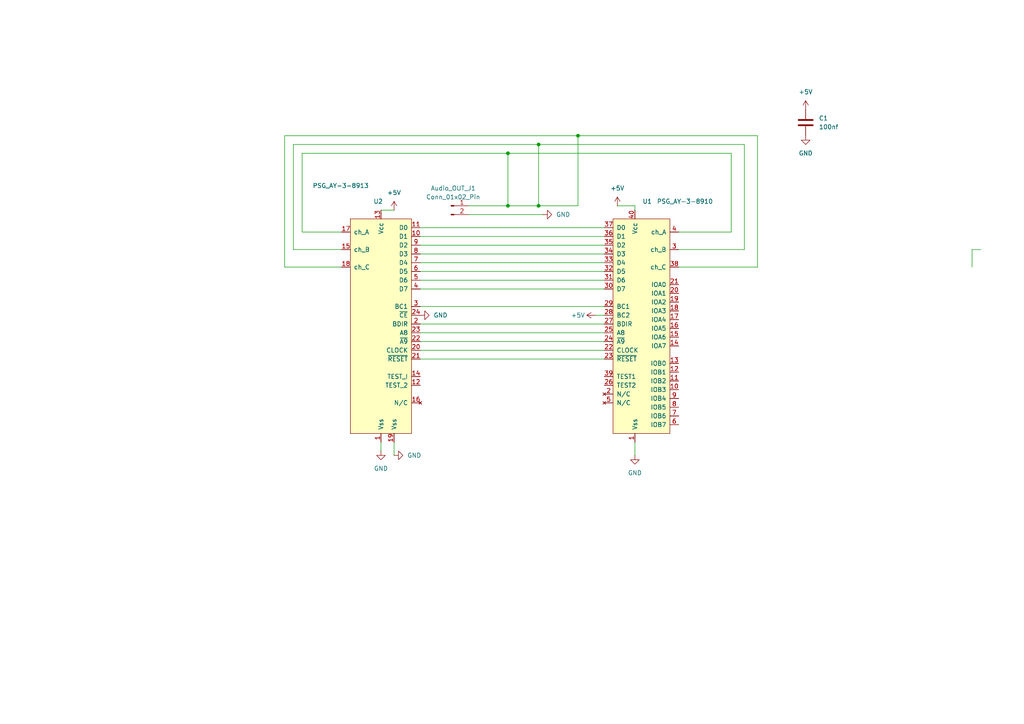
<source format=kicad_sch>
(kicad_sch
	(version 20231120)
	(generator "eeschema")
	(generator_version "8.0")
	(uuid "7974acf8-5d13-4c70-86b5-036fa6790939")
	(paper "A4")
	(title_block
		(title "8913-8910 Adapter Angle R")
		(date "2024-06-27")
		(rev "1.0a")
	)
	(lib_symbols
		(symbol "8bits:PSG_AY-3-8910"
			(pin_names
				(offset 1.016)
			)
			(exclude_from_sim no)
			(in_bom yes)
			(on_board yes)
			(property "Reference" "U1"
				(at 0.9241 34.29 0)
				(effects
					(font
						(size 1.27 1.27)
					)
					(justify left)
				)
			)
			(property "Value" "PSG_AY-3-8910"
				(at 5.08 34.29 0)
				(effects
					(font
						(size 1.27 1.27)
					)
					(justify left)
				)
			)
			(property "Footprint" "Package_DIP:DIP-40_W15.24mm_Socket"
				(at 1.27 30.48 0)
				(effects
					(font
						(size 1.27 1.27)
					)
					(hide yes)
				)
			)
			(property "Datasheet" "map.grauw.nl/resources/sound/generalinstrument_ay-3-8910.pdf"
				(at 1.27 30.48 0)
				(effects
					(font
						(size 1.27 1.27)
					)
					(hide yes)
				)
			)
			(property "Description" "3 Chanel Programable Sound Generator + 16 I/O"
				(at 0 0 0)
				(effects
					(font
						(size 1.27 1.27)
					)
					(hide yes)
				)
			)
			(property "ki_fp_filters" "Package_DIP:DIP-40_W15.24mm*"
				(at 0 0 0)
				(effects
					(font
						(size 1.27 1.27)
					)
					(hide yes)
				)
			)
			(symbol "PSG_AY-3-8910_0_1"
				(rectangle
					(start -7.62 29.21)
					(end 8.89 -33.02)
					(stroke
						(width 0)
						(type default)
					)
					(fill
						(type background)
					)
				)
			)
			(symbol "PSG_AY-3-8910_1_1"
				(pin power_in line
					(at -1.27 -35.56 90)
					(length 2.54)
					(name "Vss"
						(effects
							(font
								(size 1.27 1.27)
							)
						)
					)
					(number "1"
						(effects
							(font
								(size 1.27 1.27)
							)
						)
					)
				)
				(pin bidirectional line
					(at 11.43 -20.32 180)
					(length 2.54)
					(name "IOB3"
						(effects
							(font
								(size 1.27 1.27)
							)
						)
					)
					(number "10"
						(effects
							(font
								(size 1.27 1.27)
							)
						)
					)
				)
				(pin bidirectional line
					(at 11.43 -17.78 180)
					(length 2.54)
					(name "IOB2"
						(effects
							(font
								(size 1.27 1.27)
							)
						)
					)
					(number "11"
						(effects
							(font
								(size 1.27 1.27)
							)
						)
					)
				)
				(pin bidirectional line
					(at 11.43 -15.24 180)
					(length 2.54)
					(name "IOB1"
						(effects
							(font
								(size 1.27 1.27)
							)
						)
					)
					(number "12"
						(effects
							(font
								(size 1.27 1.27)
							)
						)
					)
				)
				(pin bidirectional line
					(at 11.43 -12.7 180)
					(length 2.54)
					(name "IOB0"
						(effects
							(font
								(size 1.27 1.27)
							)
						)
					)
					(number "13"
						(effects
							(font
								(size 1.27 1.27)
							)
						)
					)
				)
				(pin bidirectional line
					(at 11.43 -7.62 180)
					(length 2.54)
					(name "IOA7"
						(effects
							(font
								(size 1.27 1.27)
							)
						)
					)
					(number "14"
						(effects
							(font
								(size 1.27 1.27)
							)
						)
					)
				)
				(pin bidirectional line
					(at 11.43 -5.08 180)
					(length 2.54)
					(name "IOA6"
						(effects
							(font
								(size 1.27 1.27)
							)
						)
					)
					(number "15"
						(effects
							(font
								(size 1.27 1.27)
							)
						)
					)
				)
				(pin bidirectional line
					(at 11.43 -2.54 180)
					(length 2.54)
					(name "IOA5"
						(effects
							(font
								(size 1.27 1.27)
							)
						)
					)
					(number "16"
						(effects
							(font
								(size 1.27 1.27)
							)
						)
					)
				)
				(pin bidirectional line
					(at 11.43 0 180)
					(length 2.54)
					(name "IOA4"
						(effects
							(font
								(size 1.27 1.27)
							)
						)
					)
					(number "17"
						(effects
							(font
								(size 1.27 1.27)
							)
						)
					)
				)
				(pin bidirectional line
					(at 11.43 2.54 180)
					(length 2.54)
					(name "IOA3"
						(effects
							(font
								(size 1.27 1.27)
							)
						)
					)
					(number "18"
						(effects
							(font
								(size 1.27 1.27)
							)
						)
					)
				)
				(pin bidirectional line
					(at 11.43 5.08 180)
					(length 2.54)
					(name "IOA2"
						(effects
							(font
								(size 1.27 1.27)
							)
						)
					)
					(number "19"
						(effects
							(font
								(size 1.27 1.27)
							)
						)
					)
				)
				(pin no_connect line
					(at -10.16 -21.59 0)
					(length 2.54)
					(name "N/C"
						(effects
							(font
								(size 1.27 1.27)
							)
						)
					)
					(number "2"
						(effects
							(font
								(size 1.27 1.27)
							)
						)
					)
				)
				(pin bidirectional line
					(at 11.43 7.62 180)
					(length 2.54)
					(name "IOA1"
						(effects
							(font
								(size 1.27 1.27)
							)
						)
					)
					(number "20"
						(effects
							(font
								(size 1.27 1.27)
							)
						)
					)
				)
				(pin bidirectional line
					(at 11.43 10.16 180)
					(length 2.54)
					(name "IOA0"
						(effects
							(font
								(size 1.27 1.27)
							)
						)
					)
					(number "21"
						(effects
							(font
								(size 1.27 1.27)
							)
						)
					)
				)
				(pin input line
					(at -10.16 -8.89 0)
					(length 2.54)
					(name "CLOCK"
						(effects
							(font
								(size 1.27 1.27)
							)
						)
					)
					(number "22"
						(effects
							(font
								(size 1.27 1.27)
							)
						)
					)
				)
				(pin input line
					(at -10.16 -11.43 0)
					(length 2.54)
					(name "~{RESET}"
						(effects
							(font
								(size 1.27 1.27)
							)
						)
					)
					(number "23"
						(effects
							(font
								(size 1.27 1.27)
							)
						)
					)
				)
				(pin input line
					(at -10.16 -6.35 0)
					(length 2.54)
					(name "~{A9}"
						(effects
							(font
								(size 1.27 1.27)
							)
						)
					)
					(number "24"
						(effects
							(font
								(size 1.27 1.27)
							)
						)
					)
				)
				(pin input line
					(at -10.16 -3.81 0)
					(length 2.54)
					(name "A8"
						(effects
							(font
								(size 1.27 1.27)
							)
						)
					)
					(number "25"
						(effects
							(font
								(size 1.27 1.27)
							)
						)
					)
				)
				(pin input line
					(at -10.16 -19.05 0)
					(length 2.54)
					(name "TEST2"
						(effects
							(font
								(size 1.27 1.27)
							)
						)
					)
					(number "26"
						(effects
							(font
								(size 1.27 1.27)
							)
						)
					)
				)
				(pin input line
					(at -10.16 -1.27 0)
					(length 2.54)
					(name "BDIR"
						(effects
							(font
								(size 1.27 1.27)
							)
						)
					)
					(number "27"
						(effects
							(font
								(size 1.27 1.27)
							)
						)
					)
				)
				(pin input line
					(at -10.16 1.27 0)
					(length 2.54)
					(name "BC2"
						(effects
							(font
								(size 1.27 1.27)
							)
						)
					)
					(number "28"
						(effects
							(font
								(size 1.27 1.27)
							)
						)
					)
				)
				(pin input line
					(at -10.16 3.81 0)
					(length 2.54)
					(name "BC1"
						(effects
							(font
								(size 1.27 1.27)
							)
						)
					)
					(number "29"
						(effects
							(font
								(size 1.27 1.27)
							)
						)
					)
				)
				(pin output line
					(at 11.43 20.32 180)
					(length 2.54)
					(name "ch_B"
						(effects
							(font
								(size 1.27 1.27)
							)
						)
					)
					(number "3"
						(effects
							(font
								(size 1.27 1.27)
							)
						)
					)
				)
				(pin bidirectional line
					(at -10.16 8.89 0)
					(length 2.54)
					(name "D7"
						(effects
							(font
								(size 1.27 1.27)
							)
						)
					)
					(number "30"
						(effects
							(font
								(size 1.27 1.27)
							)
						)
					)
				)
				(pin bidirectional line
					(at -10.16 11.43 0)
					(length 2.54)
					(name "D6"
						(effects
							(font
								(size 1.27 1.27)
							)
						)
					)
					(number "31"
						(effects
							(font
								(size 1.27 1.27)
							)
						)
					)
				)
				(pin bidirectional line
					(at -10.16 13.97 0)
					(length 2.54)
					(name "D5"
						(effects
							(font
								(size 1.27 1.27)
							)
						)
					)
					(number "32"
						(effects
							(font
								(size 1.27 1.27)
							)
						)
					)
				)
				(pin bidirectional line
					(at -10.16 16.51 0)
					(length 2.54)
					(name "D4"
						(effects
							(font
								(size 1.27 1.27)
							)
						)
					)
					(number "33"
						(effects
							(font
								(size 1.27 1.27)
							)
						)
					)
				)
				(pin bidirectional line
					(at -10.16 19.05 0)
					(length 2.54)
					(name "D3"
						(effects
							(font
								(size 1.27 1.27)
							)
						)
					)
					(number "34"
						(effects
							(font
								(size 1.27 1.27)
							)
						)
					)
				)
				(pin bidirectional line
					(at -10.16 21.59 0)
					(length 2.54)
					(name "D2"
						(effects
							(font
								(size 1.27 1.27)
							)
						)
					)
					(number "35"
						(effects
							(font
								(size 1.27 1.27)
							)
						)
					)
				)
				(pin bidirectional line
					(at -10.16 24.13 0)
					(length 2.54)
					(name "D1"
						(effects
							(font
								(size 1.27 1.27)
							)
						)
					)
					(number "36"
						(effects
							(font
								(size 1.27 1.27)
							)
						)
					)
				)
				(pin bidirectional line
					(at -10.16 26.67 0)
					(length 2.54)
					(name "D0"
						(effects
							(font
								(size 1.27 1.27)
							)
						)
					)
					(number "37"
						(effects
							(font
								(size 1.27 1.27)
							)
						)
					)
				)
				(pin output line
					(at 11.43 15.24 180)
					(length 2.54)
					(name "ch_C"
						(effects
							(font
								(size 1.27 1.27)
							)
						)
					)
					(number "38"
						(effects
							(font
								(size 1.27 1.27)
							)
						)
					)
				)
				(pin input line
					(at -10.16 -16.51 0)
					(length 2.54)
					(name "TEST1"
						(effects
							(font
								(size 1.27 1.27)
							)
						)
					)
					(number "39"
						(effects
							(font
								(size 1.27 1.27)
							)
						)
					)
				)
				(pin output line
					(at 11.43 25.4 180)
					(length 2.54)
					(name "ch_A"
						(effects
							(font
								(size 1.27 1.27)
							)
						)
					)
					(number "4"
						(effects
							(font
								(size 1.27 1.27)
							)
						)
					)
				)
				(pin power_in line
					(at -1.27 31.75 270)
					(length 2.54)
					(name "Vcc"
						(effects
							(font
								(size 1.27 1.27)
							)
						)
					)
					(number "40"
						(effects
							(font
								(size 1.27 1.27)
							)
						)
					)
				)
				(pin no_connect line
					(at -10.16 -24.13 0)
					(length 2.54)
					(name "N/C"
						(effects
							(font
								(size 1.27 1.27)
							)
						)
					)
					(number "5"
						(effects
							(font
								(size 1.27 1.27)
							)
						)
					)
				)
				(pin bidirectional line
					(at 11.43 -30.48 180)
					(length 2.54)
					(name "IOB7"
						(effects
							(font
								(size 1.27 1.27)
							)
						)
					)
					(number "6"
						(effects
							(font
								(size 1.27 1.27)
							)
						)
					)
				)
				(pin bidirectional line
					(at 11.43 -27.94 180)
					(length 2.54)
					(name "IOB6"
						(effects
							(font
								(size 1.27 1.27)
							)
						)
					)
					(number "7"
						(effects
							(font
								(size 1.27 1.27)
							)
						)
					)
				)
				(pin bidirectional line
					(at 11.43 -25.4 180)
					(length 2.54)
					(name "IOB5"
						(effects
							(font
								(size 1.27 1.27)
							)
						)
					)
					(number "8"
						(effects
							(font
								(size 1.27 1.27)
							)
						)
					)
				)
				(pin bidirectional line
					(at 11.43 -22.86 180)
					(length 2.54)
					(name "IOB4"
						(effects
							(font
								(size 1.27 1.27)
							)
						)
					)
					(number "9"
						(effects
							(font
								(size 1.27 1.27)
							)
						)
					)
				)
			)
		)
		(symbol "8bits:PSG_AY-3-8913"
			(pin_names
				(offset 1.016)
			)
			(exclude_from_sim no)
			(in_bom yes)
			(on_board yes)
			(property "Reference" "U2"
				(at -2.1941 31.75 0)
				(effects
					(font
						(size 1.27 1.27)
					)
					(justify left)
				)
			)
			(property "Value" "PSG_AY-3-8913"
				(at -19.812 36.322 0)
				(effects
					(font
						(size 1.27 1.27)
					)
					(justify left)
				)
			)
			(property "Footprint" "Package_DIP:DIP-24_W15.24mm_LongPads"
				(at 0 27.94 0)
				(effects
					(font
						(size 1.27 1.27)
					)
					(hide yes)
				)
			)
			(property "Datasheet" "map.grauw.nl/resources/sound/generalinstrument_ay-3-8910.pdf"
				(at 0 27.94 0)
				(effects
					(font
						(size 1.27 1.27)
					)
					(hide yes)
				)
			)
			(property "Description" "3 Chanel Programable Sound Generator + 8 I/O"
				(at 0 0 0)
				(effects
					(font
						(size 1.27 1.27)
					)
					(hide yes)
				)
			)
			(property "ki_fp_filters" "Package_DIP:DIP-24_W15.24mm*"
				(at 0 0 0)
				(effects
					(font
						(size 1.27 1.27)
					)
					(hide yes)
				)
			)
			(symbol "PSG_AY-3-8913_0_1"
				(rectangle
					(start -8.89 26.67)
					(end 8.89 -35.56)
					(stroke
						(width 0)
						(type default)
					)
					(fill
						(type background)
					)
				)
			)
			(symbol "PSG_AY-3-8913_1_1"
				(pin power_in line
					(at 0 -38.1 90)
					(length 2.54)
					(name "Vss"
						(effects
							(font
								(size 1.27 1.27)
							)
						)
					)
					(number "1"
						(effects
							(font
								(size 1.27 1.27)
							)
						)
					)
				)
				(pin bidirectional line
					(at 11.43 21.59 180)
					(length 2.54)
					(name "D1"
						(effects
							(font
								(size 1.27 1.27)
							)
						)
					)
					(number "10"
						(effects
							(font
								(size 1.27 1.27)
							)
						)
					)
				)
				(pin bidirectional line
					(at 11.43 24.13 180)
					(length 2.54)
					(name "D0"
						(effects
							(font
								(size 1.27 1.27)
							)
						)
					)
					(number "11"
						(effects
							(font
								(size 1.27 1.27)
							)
						)
					)
				)
				(pin input line
					(at 11.43 -21.59 180)
					(length 2.54)
					(name "TEST_2"
						(effects
							(font
								(size 1.27 1.27)
							)
						)
					)
					(number "12"
						(effects
							(font
								(size 1.27 1.27)
							)
						)
					)
				)
				(pin power_in line
					(at 0 29.21 270)
					(length 2.54)
					(name "Vcc"
						(effects
							(font
								(size 1.27 1.27)
							)
						)
					)
					(number "13"
						(effects
							(font
								(size 1.27 1.27)
							)
						)
					)
				)
				(pin input line
					(at 11.43 -19.05 180)
					(length 2.54)
					(name "TEST_I"
						(effects
							(font
								(size 1.27 1.27)
							)
						)
					)
					(number "14"
						(effects
							(font
								(size 1.27 1.27)
							)
						)
					)
				)
				(pin output line
					(at -11.43 17.78 0)
					(length 2.54)
					(name "ch_B"
						(effects
							(font
								(size 1.27 1.27)
							)
						)
					)
					(number "15"
						(effects
							(font
								(size 1.27 1.27)
							)
						)
					)
				)
				(pin no_connect line
					(at 11.43 -26.67 180)
					(length 2.54)
					(name "N/C"
						(effects
							(font
								(size 1.27 1.27)
							)
						)
					)
					(number "16"
						(effects
							(font
								(size 1.27 1.27)
							)
						)
					)
				)
				(pin output line
					(at -11.43 22.86 0)
					(length 2.54)
					(name "ch_A"
						(effects
							(font
								(size 1.27 1.27)
							)
						)
					)
					(number "17"
						(effects
							(font
								(size 1.27 1.27)
							)
						)
					)
				)
				(pin output line
					(at -11.43 12.7 0)
					(length 2.54)
					(name "ch_C"
						(effects
							(font
								(size 1.27 1.27)
							)
						)
					)
					(number "18"
						(effects
							(font
								(size 1.27 1.27)
							)
						)
					)
				)
				(pin power_in line
					(at 3.81 -38.1 90)
					(length 2.54)
					(name "Vss"
						(effects
							(font
								(size 1.27 1.27)
							)
						)
					)
					(number "19"
						(effects
							(font
								(size 1.27 1.27)
							)
						)
					)
				)
				(pin input line
					(at 11.43 -3.81 180)
					(length 2.54)
					(name "BDIR"
						(effects
							(font
								(size 1.27 1.27)
							)
						)
					)
					(number "2"
						(effects
							(font
								(size 1.27 1.27)
							)
						)
					)
				)
				(pin input line
					(at 11.43 -11.43 180)
					(length 2.54)
					(name "CLOCK"
						(effects
							(font
								(size 1.27 1.27)
							)
						)
					)
					(number "20"
						(effects
							(font
								(size 1.27 1.27)
							)
						)
					)
				)
				(pin input line
					(at 11.43 -13.97 180)
					(length 2.54)
					(name "~{RESET}"
						(effects
							(font
								(size 1.27 1.27)
							)
						)
					)
					(number "21"
						(effects
							(font
								(size 1.27 1.27)
							)
						)
					)
				)
				(pin input line
					(at 11.43 -8.89 180)
					(length 2.54)
					(name "~{A9}"
						(effects
							(font
								(size 1.27 1.27)
							)
						)
					)
					(number "22"
						(effects
							(font
								(size 1.27 1.27)
							)
						)
					)
				)
				(pin input line
					(at 11.43 -6.35 180)
					(length 2.54)
					(name "A8"
						(effects
							(font
								(size 1.27 1.27)
							)
						)
					)
					(number "23"
						(effects
							(font
								(size 1.27 1.27)
							)
						)
					)
				)
				(pin input line
					(at 11.43 -1.27 180)
					(length 2.54)
					(name "~{CE}"
						(effects
							(font
								(size 1.27 1.27)
							)
						)
					)
					(number "24"
						(effects
							(font
								(size 1.27 1.27)
							)
						)
					)
				)
				(pin input line
					(at 11.43 1.27 180)
					(length 2.54)
					(name "BC1"
						(effects
							(font
								(size 1.27 1.27)
							)
						)
					)
					(number "3"
						(effects
							(font
								(size 1.27 1.27)
							)
						)
					)
				)
				(pin bidirectional line
					(at 11.43 6.35 180)
					(length 2.54)
					(name "D7"
						(effects
							(font
								(size 1.27 1.27)
							)
						)
					)
					(number "4"
						(effects
							(font
								(size 1.27 1.27)
							)
						)
					)
				)
				(pin bidirectional line
					(at 11.43 8.89 180)
					(length 2.54)
					(name "D6"
						(effects
							(font
								(size 1.27 1.27)
							)
						)
					)
					(number "5"
						(effects
							(font
								(size 1.27 1.27)
							)
						)
					)
				)
				(pin bidirectional line
					(at 11.43 11.43 180)
					(length 2.54)
					(name "D5"
						(effects
							(font
								(size 1.27 1.27)
							)
						)
					)
					(number "6"
						(effects
							(font
								(size 1.27 1.27)
							)
						)
					)
				)
				(pin bidirectional line
					(at 11.43 13.97 180)
					(length 2.54)
					(name "D4"
						(effects
							(font
								(size 1.27 1.27)
							)
						)
					)
					(number "7"
						(effects
							(font
								(size 1.27 1.27)
							)
						)
					)
				)
				(pin bidirectional line
					(at 11.43 16.51 180)
					(length 2.54)
					(name "D3"
						(effects
							(font
								(size 1.27 1.27)
							)
						)
					)
					(number "8"
						(effects
							(font
								(size 1.27 1.27)
							)
						)
					)
				)
				(pin bidirectional line
					(at 11.43 19.05 180)
					(length 2.54)
					(name "D2"
						(effects
							(font
								(size 1.27 1.27)
							)
						)
					)
					(number "9"
						(effects
							(font
								(size 1.27 1.27)
							)
						)
					)
				)
			)
		)
		(symbol "Connector:Conn_01x02_Pin"
			(pin_names
				(offset 1.016) hide)
			(exclude_from_sim no)
			(in_bom yes)
			(on_board yes)
			(property "Reference" "J"
				(at 0 2.54 0)
				(effects
					(font
						(size 1.27 1.27)
					)
				)
			)
			(property "Value" "Conn_01x02_Pin"
				(at 0 -5.08 0)
				(effects
					(font
						(size 1.27 1.27)
					)
				)
			)
			(property "Footprint" ""
				(at 0 0 0)
				(effects
					(font
						(size 1.27 1.27)
					)
					(hide yes)
				)
			)
			(property "Datasheet" "~"
				(at 0 0 0)
				(effects
					(font
						(size 1.27 1.27)
					)
					(hide yes)
				)
			)
			(property "Description" "Generic connector, single row, 01x02, script generated"
				(at 0 0 0)
				(effects
					(font
						(size 1.27 1.27)
					)
					(hide yes)
				)
			)
			(property "ki_locked" ""
				(at 0 0 0)
				(effects
					(font
						(size 1.27 1.27)
					)
				)
			)
			(property "ki_keywords" "connector"
				(at 0 0 0)
				(effects
					(font
						(size 1.27 1.27)
					)
					(hide yes)
				)
			)
			(property "ki_fp_filters" "Connector*:*_1x??_*"
				(at 0 0 0)
				(effects
					(font
						(size 1.27 1.27)
					)
					(hide yes)
				)
			)
			(symbol "Conn_01x02_Pin_1_1"
				(polyline
					(pts
						(xy 1.27 -2.54) (xy 0.8636 -2.54)
					)
					(stroke
						(width 0.1524)
						(type default)
					)
					(fill
						(type none)
					)
				)
				(polyline
					(pts
						(xy 1.27 0) (xy 0.8636 0)
					)
					(stroke
						(width 0.1524)
						(type default)
					)
					(fill
						(type none)
					)
				)
				(rectangle
					(start 0.8636 -2.413)
					(end 0 -2.667)
					(stroke
						(width 0.1524)
						(type default)
					)
					(fill
						(type outline)
					)
				)
				(rectangle
					(start 0.8636 0.127)
					(end 0 -0.127)
					(stroke
						(width 0.1524)
						(type default)
					)
					(fill
						(type outline)
					)
				)
				(pin passive line
					(at 5.08 0 180)
					(length 3.81)
					(name "Pin_1"
						(effects
							(font
								(size 1.27 1.27)
							)
						)
					)
					(number "1"
						(effects
							(font
								(size 1.27 1.27)
							)
						)
					)
				)
				(pin passive line
					(at 5.08 -2.54 180)
					(length 3.81)
					(name "Pin_2"
						(effects
							(font
								(size 1.27 1.27)
							)
						)
					)
					(number "2"
						(effects
							(font
								(size 1.27 1.27)
							)
						)
					)
				)
			)
		)
		(symbol "Device:C"
			(pin_numbers hide)
			(pin_names
				(offset 0.254)
			)
			(exclude_from_sim no)
			(in_bom yes)
			(on_board yes)
			(property "Reference" "C"
				(at 0.635 2.54 0)
				(effects
					(font
						(size 1.27 1.27)
					)
					(justify left)
				)
			)
			(property "Value" "C"
				(at 0.635 -2.54 0)
				(effects
					(font
						(size 1.27 1.27)
					)
					(justify left)
				)
			)
			(property "Footprint" ""
				(at 0.9652 -3.81 0)
				(effects
					(font
						(size 1.27 1.27)
					)
					(hide yes)
				)
			)
			(property "Datasheet" "~"
				(at 0 0 0)
				(effects
					(font
						(size 1.27 1.27)
					)
					(hide yes)
				)
			)
			(property "Description" "Unpolarized capacitor"
				(at 0 0 0)
				(effects
					(font
						(size 1.27 1.27)
					)
					(hide yes)
				)
			)
			(property "ki_keywords" "cap capacitor"
				(at 0 0 0)
				(effects
					(font
						(size 1.27 1.27)
					)
					(hide yes)
				)
			)
			(property "ki_fp_filters" "C_*"
				(at 0 0 0)
				(effects
					(font
						(size 1.27 1.27)
					)
					(hide yes)
				)
			)
			(symbol "C_0_1"
				(polyline
					(pts
						(xy -2.032 -0.762) (xy 2.032 -0.762)
					)
					(stroke
						(width 0.508)
						(type default)
					)
					(fill
						(type none)
					)
				)
				(polyline
					(pts
						(xy -2.032 0.762) (xy 2.032 0.762)
					)
					(stroke
						(width 0.508)
						(type default)
					)
					(fill
						(type none)
					)
				)
			)
			(symbol "C_1_1"
				(pin passive line
					(at 0 3.81 270)
					(length 2.794)
					(name "~"
						(effects
							(font
								(size 1.27 1.27)
							)
						)
					)
					(number "1"
						(effects
							(font
								(size 1.27 1.27)
							)
						)
					)
				)
				(pin passive line
					(at 0 -3.81 90)
					(length 2.794)
					(name "~"
						(effects
							(font
								(size 1.27 1.27)
							)
						)
					)
					(number "2"
						(effects
							(font
								(size 1.27 1.27)
							)
						)
					)
				)
			)
		)
		(symbol "power:+5V"
			(power)
			(pin_numbers hide)
			(pin_names
				(offset 0) hide)
			(exclude_from_sim no)
			(in_bom yes)
			(on_board yes)
			(property "Reference" "#PWR"
				(at 0 -3.81 0)
				(effects
					(font
						(size 1.27 1.27)
					)
					(hide yes)
				)
			)
			(property "Value" "+5V"
				(at 0 3.556 0)
				(effects
					(font
						(size 1.27 1.27)
					)
				)
			)
			(property "Footprint" ""
				(at 0 0 0)
				(effects
					(font
						(size 1.27 1.27)
					)
					(hide yes)
				)
			)
			(property "Datasheet" ""
				(at 0 0 0)
				(effects
					(font
						(size 1.27 1.27)
					)
					(hide yes)
				)
			)
			(property "Description" "Power symbol creates a global label with name \"+5V\""
				(at 0 0 0)
				(effects
					(font
						(size 1.27 1.27)
					)
					(hide yes)
				)
			)
			(property "ki_keywords" "global power"
				(at 0 0 0)
				(effects
					(font
						(size 1.27 1.27)
					)
					(hide yes)
				)
			)
			(symbol "+5V_0_1"
				(polyline
					(pts
						(xy -0.762 1.27) (xy 0 2.54)
					)
					(stroke
						(width 0)
						(type default)
					)
					(fill
						(type none)
					)
				)
				(polyline
					(pts
						(xy 0 0) (xy 0 2.54)
					)
					(stroke
						(width 0)
						(type default)
					)
					(fill
						(type none)
					)
				)
				(polyline
					(pts
						(xy 0 2.54) (xy 0.762 1.27)
					)
					(stroke
						(width 0)
						(type default)
					)
					(fill
						(type none)
					)
				)
			)
			(symbol "+5V_1_1"
				(pin power_in line
					(at 0 0 90)
					(length 0)
					(name "~"
						(effects
							(font
								(size 1.27 1.27)
							)
						)
					)
					(number "1"
						(effects
							(font
								(size 1.27 1.27)
							)
						)
					)
				)
			)
		)
		(symbol "power:GND"
			(power)
			(pin_numbers hide)
			(pin_names
				(offset 0) hide)
			(exclude_from_sim no)
			(in_bom yes)
			(on_board yes)
			(property "Reference" "#PWR"
				(at 0 -6.35 0)
				(effects
					(font
						(size 1.27 1.27)
					)
					(hide yes)
				)
			)
			(property "Value" "GND"
				(at 0 -3.81 0)
				(effects
					(font
						(size 1.27 1.27)
					)
				)
			)
			(property "Footprint" ""
				(at 0 0 0)
				(effects
					(font
						(size 1.27 1.27)
					)
					(hide yes)
				)
			)
			(property "Datasheet" ""
				(at 0 0 0)
				(effects
					(font
						(size 1.27 1.27)
					)
					(hide yes)
				)
			)
			(property "Description" "Power symbol creates a global label with name \"GND\" , ground"
				(at 0 0 0)
				(effects
					(font
						(size 1.27 1.27)
					)
					(hide yes)
				)
			)
			(property "ki_keywords" "global power"
				(at 0 0 0)
				(effects
					(font
						(size 1.27 1.27)
					)
					(hide yes)
				)
			)
			(symbol "GND_0_1"
				(polyline
					(pts
						(xy 0 0) (xy 0 -1.27) (xy 1.27 -1.27) (xy 0 -2.54) (xy -1.27 -1.27) (xy 0 -1.27)
					)
					(stroke
						(width 0)
						(type default)
					)
					(fill
						(type none)
					)
				)
			)
			(symbol "GND_1_1"
				(pin power_in line
					(at 0 0 270)
					(length 0)
					(name "~"
						(effects
							(font
								(size 1.27 1.27)
							)
						)
					)
					(number "1"
						(effects
							(font
								(size 1.27 1.27)
							)
						)
					)
				)
			)
		)
	)
	(junction
		(at 156.21 41.91)
		(diameter 0)
		(color 0 0 0 0)
		(uuid "b4fb2b08-e80a-41e2-8424-0f004794ce48")
	)
	(junction
		(at 147.32 59.69)
		(diameter 0)
		(color 0 0 0 0)
		(uuid "c3491528-4088-4ca6-8ea8-df8b77b9d9f9")
	)
	(junction
		(at 167.64 39.37)
		(diameter 0)
		(color 0 0 0 0)
		(uuid "dcd96260-65aa-465e-9328-28da9dae1137")
	)
	(junction
		(at 156.21 59.69)
		(diameter 0)
		(color 0 0 0 0)
		(uuid "f6ed5067-4882-4057-aa9f-5bb3017ec62f")
	)
	(junction
		(at 147.32 44.45)
		(diameter 0)
		(color 0 0 0 0)
		(uuid "f7285a9f-b2f6-4c6d-9110-6cf7e36bfa75")
	)
	(wire
		(pts
			(xy 121.92 104.14) (xy 175.26 104.14)
		)
		(stroke
			(width 0)
			(type default)
		)
		(uuid "05072ccf-53fb-4735-856a-be06de3c368a")
	)
	(wire
		(pts
			(xy 167.64 59.69) (xy 167.64 39.37)
		)
		(stroke
			(width 0)
			(type default)
		)
		(uuid "0b315812-0974-4f5d-961e-be3880fe1109")
	)
	(wire
		(pts
			(xy 110.49 128.27) (xy 110.49 130.81)
		)
		(stroke
			(width 0)
			(type default)
		)
		(uuid "0bc6bfdf-a7ef-4c2a-aa6a-7eca849fd5a0")
	)
	(wire
		(pts
			(xy 87.63 44.45) (xy 147.32 44.45)
		)
		(stroke
			(width 0)
			(type default)
		)
		(uuid "0e93925e-d610-44ba-8c7c-db016517067f")
	)
	(wire
		(pts
			(xy 121.92 76.2) (xy 175.26 76.2)
		)
		(stroke
			(width 0)
			(type default)
		)
		(uuid "1b87e4dd-9766-49aa-bd70-181607827e5e")
	)
	(wire
		(pts
			(xy 196.85 77.47) (xy 219.71 77.47)
		)
		(stroke
			(width 0)
			(type default)
		)
		(uuid "2b11ef83-63bf-4d12-8f09-2e1f36a93799")
	)
	(wire
		(pts
			(xy 156.21 41.91) (xy 215.9 41.91)
		)
		(stroke
			(width 0)
			(type default)
		)
		(uuid "2f249659-f196-4a2e-b5f4-806b530329c4")
	)
	(wire
		(pts
			(xy 121.92 71.12) (xy 175.26 71.12)
		)
		(stroke
			(width 0)
			(type default)
		)
		(uuid "2f780e71-bc64-46cc-8c75-a44f2086a5f8")
	)
	(wire
		(pts
			(xy 85.09 41.91) (xy 156.21 41.91)
		)
		(stroke
			(width 0)
			(type default)
		)
		(uuid "32b82091-fae6-4949-ad9e-f2ec92399629")
	)
	(wire
		(pts
			(xy 172.72 91.44) (xy 175.26 91.44)
		)
		(stroke
			(width 0)
			(type default)
		)
		(uuid "366bac0e-be5d-4ad4-87af-556bc016edac")
	)
	(wire
		(pts
			(xy 82.55 39.37) (xy 167.64 39.37)
		)
		(stroke
			(width 0)
			(type default)
		)
		(uuid "384aadc5-12a4-43cb-a04c-44170064e149")
	)
	(wire
		(pts
			(xy 212.09 67.31) (xy 212.09 44.45)
		)
		(stroke
			(width 0)
			(type default)
		)
		(uuid "4148c8b4-eaa4-455b-96c1-acf08277ec22")
	)
	(wire
		(pts
			(xy 196.85 67.31) (xy 212.09 67.31)
		)
		(stroke
			(width 0)
			(type default)
		)
		(uuid "6160c51c-bedf-4ae0-a349-cfff14d83e53")
	)
	(wire
		(pts
			(xy 281.94 72.39) (xy 281.94 77.47)
		)
		(stroke
			(width 0)
			(type default)
		)
		(uuid "6391fa9c-7408-406e-abad-9f5b65f38826")
	)
	(wire
		(pts
			(xy 284.48 72.39) (xy 281.94 72.39)
		)
		(stroke
			(width 0)
			(type default)
		)
		(uuid "67b9d127-3639-4fba-9018-dd0b5a332522")
	)
	(wire
		(pts
			(xy 156.21 59.69) (xy 167.64 59.69)
		)
		(stroke
			(width 0)
			(type default)
		)
		(uuid "6c00f262-6be9-42f2-b24f-9cd32c4ccbb7")
	)
	(wire
		(pts
			(xy 121.92 78.74) (xy 175.26 78.74)
		)
		(stroke
			(width 0)
			(type default)
		)
		(uuid "6ca4d019-48eb-46d4-bb8b-7438ac50e14e")
	)
	(wire
		(pts
			(xy 219.71 77.47) (xy 219.71 39.37)
		)
		(stroke
			(width 0)
			(type default)
		)
		(uuid "6da919ee-3d45-4572-8367-59cf837f9d61")
	)
	(wire
		(pts
			(xy 114.3 60.96) (xy 110.49 60.96)
		)
		(stroke
			(width 0)
			(type default)
		)
		(uuid "78fc1c34-d6cb-4af0-badb-22aa816c7c14")
	)
	(wire
		(pts
			(xy 87.63 67.31) (xy 99.06 67.31)
		)
		(stroke
			(width 0)
			(type default)
		)
		(uuid "7b04e65b-ca20-45a9-80ed-25c99b5ac2ab")
	)
	(wire
		(pts
			(xy 99.06 72.39) (xy 85.09 72.39)
		)
		(stroke
			(width 0)
			(type default)
		)
		(uuid "7da1754d-0c01-4357-82b7-33ae55716ee4")
	)
	(wire
		(pts
			(xy 215.9 41.91) (xy 215.9 72.39)
		)
		(stroke
			(width 0)
			(type default)
		)
		(uuid "7e0552e5-eb1e-4fad-8213-c644000f1d13")
	)
	(wire
		(pts
			(xy 121.92 81.28) (xy 175.26 81.28)
		)
		(stroke
			(width 0)
			(type default)
		)
		(uuid "7e31fff8-7277-4b9c-a78b-f8d6bcecdad7")
	)
	(wire
		(pts
			(xy 121.92 93.98) (xy 175.26 93.98)
		)
		(stroke
			(width 0)
			(type default)
		)
		(uuid "7f3affad-4c41-42cb-b4c4-d5c73d6cf06a")
	)
	(wire
		(pts
			(xy 82.55 77.47) (xy 99.06 77.47)
		)
		(stroke
			(width 0)
			(type default)
		)
		(uuid "8496d408-dae2-4032-8f82-6adb299a6d32")
	)
	(wire
		(pts
			(xy 156.21 41.91) (xy 156.21 59.69)
		)
		(stroke
			(width 0)
			(type default)
		)
		(uuid "84e461c5-2336-4448-be15-11bc25c08ec4")
	)
	(wire
		(pts
			(xy 135.89 62.23) (xy 157.48 62.23)
		)
		(stroke
			(width 0)
			(type default)
		)
		(uuid "8ad43323-f3fd-4c59-bb2f-0df427a5345c")
	)
	(wire
		(pts
			(xy 121.92 101.6) (xy 175.26 101.6)
		)
		(stroke
			(width 0)
			(type default)
		)
		(uuid "8df74e85-e61b-4fcd-92d8-5180fdc168cc")
	)
	(wire
		(pts
			(xy 167.64 39.37) (xy 219.71 39.37)
		)
		(stroke
			(width 0)
			(type default)
		)
		(uuid "941ccd26-38cd-40a4-8803-f35ecefde2b5")
	)
	(wire
		(pts
			(xy 121.92 88.9) (xy 175.26 88.9)
		)
		(stroke
			(width 0)
			(type default)
		)
		(uuid "97620c56-bcb5-4e14-8bcb-5c8552406972")
	)
	(wire
		(pts
			(xy 184.15 59.69) (xy 184.15 60.96)
		)
		(stroke
			(width 0)
			(type default)
		)
		(uuid "a62dba70-5145-4190-ade0-69bfd3eebe40")
	)
	(wire
		(pts
			(xy 147.32 44.45) (xy 147.32 59.69)
		)
		(stroke
			(width 0)
			(type default)
		)
		(uuid "a9705486-072b-45ee-860f-ae03aa2b1c89")
	)
	(wire
		(pts
			(xy 114.3 128.27) (xy 114.3 132.08)
		)
		(stroke
			(width 0)
			(type default)
		)
		(uuid "b2e52409-da53-4619-84c7-150b506b1231")
	)
	(wire
		(pts
			(xy 196.85 72.39) (xy 215.9 72.39)
		)
		(stroke
			(width 0)
			(type default)
		)
		(uuid "b7336080-9f1c-411c-9c1a-815a39087f99")
	)
	(wire
		(pts
			(xy 121.92 83.82) (xy 175.26 83.82)
		)
		(stroke
			(width 0)
			(type default)
		)
		(uuid "b82e853c-5fbe-4958-8531-2b40d496bc28")
	)
	(wire
		(pts
			(xy 135.89 59.69) (xy 147.32 59.69)
		)
		(stroke
			(width 0)
			(type default)
		)
		(uuid "ba3e197c-e8f7-42a9-b8d3-df4004b15dd7")
	)
	(wire
		(pts
			(xy 121.92 73.66) (xy 175.26 73.66)
		)
		(stroke
			(width 0)
			(type default)
		)
		(uuid "ceae09ea-0e71-4b8c-bb54-f8b8edd7cdad")
	)
	(wire
		(pts
			(xy 121.92 99.06) (xy 175.26 99.06)
		)
		(stroke
			(width 0)
			(type default)
		)
		(uuid "cf1d1304-5142-4bc7-9071-e4799bacb4cb")
	)
	(wire
		(pts
			(xy 87.63 44.45) (xy 87.63 67.31)
		)
		(stroke
			(width 0)
			(type default)
		)
		(uuid "d15fcf9c-835e-4c49-933c-b6a40a1e37c2")
	)
	(wire
		(pts
			(xy 121.92 96.52) (xy 175.26 96.52)
		)
		(stroke
			(width 0)
			(type default)
		)
		(uuid "d2bd0e13-3808-403d-b669-645190460668")
	)
	(wire
		(pts
			(xy 179.07 59.69) (xy 184.15 59.69)
		)
		(stroke
			(width 0)
			(type default)
		)
		(uuid "d7a50600-49a9-4091-baf8-79eb7096d4ea")
	)
	(wire
		(pts
			(xy 121.92 68.58) (xy 175.26 68.58)
		)
		(stroke
			(width 0)
			(type default)
		)
		(uuid "e46dac65-5a9e-4f37-a9c0-07f2805b2d49")
	)
	(wire
		(pts
			(xy 147.32 44.45) (xy 212.09 44.45)
		)
		(stroke
			(width 0)
			(type default)
		)
		(uuid "eecaaf39-d01a-4688-bd1e-451a5e786eef")
	)
	(wire
		(pts
			(xy 184.15 128.27) (xy 184.15 132.08)
		)
		(stroke
			(width 0)
			(type default)
		)
		(uuid "f1c3ff7b-0961-495a-9066-a441a80310a9")
	)
	(wire
		(pts
			(xy 82.55 39.37) (xy 82.55 77.47)
		)
		(stroke
			(width 0)
			(type default)
		)
		(uuid "f64292d3-1507-4f87-8e44-0c3a8206f71c")
	)
	(wire
		(pts
			(xy 85.09 72.39) (xy 85.09 41.91)
		)
		(stroke
			(width 0)
			(type default)
		)
		(uuid "f7faed93-2c96-4895-9744-c91c822edcf0")
	)
	(wire
		(pts
			(xy 121.92 66.04) (xy 175.26 66.04)
		)
		(stroke
			(width 0)
			(type default)
		)
		(uuid "fabf5323-f058-4ac1-beba-b57e441767d8")
	)
	(wire
		(pts
			(xy 147.32 59.69) (xy 156.21 59.69)
		)
		(stroke
			(width 0)
			(type default)
		)
		(uuid "fc7e3192-eb9e-4738-b5a4-8989195f7078")
	)
	(symbol
		(lib_id "Connector:Conn_01x02_Pin")
		(at 130.81 59.69 0)
		(unit 1)
		(exclude_from_sim no)
		(in_bom yes)
		(on_board yes)
		(dnp no)
		(fields_autoplaced yes)
		(uuid "2c0423e1-6bc5-4804-9d02-458ddce52010")
		(property "Reference" "Audio_OUT_J1"
			(at 131.445 54.61 0)
			(effects
				(font
					(size 1.27 1.27)
				)
			)
		)
		(property "Value" "Conn_01x02_Pin"
			(at 131.445 57.15 0)
			(effects
				(font
					(size 1.27 1.27)
				)
			)
		)
		(property "Footprint" "Connector_PinHeader_2.54mm:PinHeader_1x02_P2.54mm_Vertical"
			(at 130.81 59.69 0)
			(effects
				(font
					(size 1.27 1.27)
				)
				(hide yes)
			)
		)
		(property "Datasheet" "~"
			(at 130.81 59.69 0)
			(effects
				(font
					(size 1.27 1.27)
				)
				(hide yes)
			)
		)
		(property "Description" "Generic connector, single row, 01x02, script generated"
			(at 130.81 59.69 0)
			(effects
				(font
					(size 1.27 1.27)
				)
				(hide yes)
			)
		)
		(pin "1"
			(uuid "37ff38ce-d364-46bf-92e1-9293066c40f9")
		)
		(pin "2"
			(uuid "f3ecef76-7d2b-46fd-af38-9653f533b490")
		)
		(instances
			(project ""
				(path "/7974acf8-5d13-4c70-86b5-036fa6790939"
					(reference "Audio_OUT_J1")
					(unit 1)
				)
			)
		)
	)
	(symbol
		(lib_id "power:+5V")
		(at 172.72 91.44 90)
		(unit 1)
		(exclude_from_sim no)
		(in_bom yes)
		(on_board yes)
		(dnp no)
		(uuid "2f2d3015-ce6b-4ad1-a441-3b6909427c6f")
		(property "Reference" "#PWR06"
			(at 176.53 91.44 0)
			(effects
				(font
					(size 1.27 1.27)
				)
				(hide yes)
			)
		)
		(property "Value" "+5V"
			(at 167.64 91.44 90)
			(effects
				(font
					(size 1.27 1.27)
				)
			)
		)
		(property "Footprint" ""
			(at 172.72 91.44 0)
			(effects
				(font
					(size 1.27 1.27)
				)
				(hide yes)
			)
		)
		(property "Datasheet" ""
			(at 172.72 91.44 0)
			(effects
				(font
					(size 1.27 1.27)
				)
				(hide yes)
			)
		)
		(property "Description" "Power symbol creates a global label with name \"+5V\""
			(at 172.72 91.44 0)
			(effects
				(font
					(size 1.27 1.27)
				)
				(hide yes)
			)
		)
		(pin "1"
			(uuid "5a86a2be-35ed-4ce6-8b51-e4527bca1261")
		)
		(instances
			(project "adapter 8913-8910 long board reverse on air"
				(path "/7974acf8-5d13-4c70-86b5-036fa6790939"
					(reference "#PWR06")
					(unit 1)
				)
			)
		)
	)
	(symbol
		(lib_id "8bits:PSG_AY-3-8913")
		(at 110.49 90.17 0)
		(unit 1)
		(exclude_from_sim no)
		(in_bom yes)
		(on_board yes)
		(dnp no)
		(uuid "38f1ddbf-b60b-4931-9eec-4e339dfb3be0")
		(property "Reference" "U2"
			(at 108.2959 58.42 0)
			(effects
				(font
					(size 1.27 1.27)
				)
				(justify left)
			)
		)
		(property "Value" "PSG_AY-3-8913"
			(at 90.678 53.848 0)
			(effects
				(font
					(size 1.27 1.27)
				)
				(justify left)
			)
		)
		(property "Footprint" "Package_DIP:DIP-24_W15.24mm_LongPads"
			(at 110.49 62.23 0)
			(effects
				(font
					(size 1.27 1.27)
				)
				(hide yes)
			)
		)
		(property "Datasheet" "map.grauw.nl/resources/sound/generalinstrument_ay-3-8910.pdf"
			(at 110.49 62.23 0)
			(effects
				(font
					(size 1.27 1.27)
				)
				(hide yes)
			)
		)
		(property "Description" "3 Chanel Programable Sound Generator + 8 I/O"
			(at 110.49 90.17 0)
			(effects
				(font
					(size 1.27 1.27)
				)
				(hide yes)
			)
		)
		(pin "15"
			(uuid "a868c983-a0fa-4d7d-928f-eac563ddbbe4")
		)
		(pin "8"
			(uuid "30e33f49-df80-42d1-9ead-df295ea2320c")
		)
		(pin "12"
			(uuid "2ca6e59f-ac3e-423c-93b1-7d146382bfc4")
		)
		(pin "13"
			(uuid "cd44b58b-78ee-436e-8b9c-5913fcbc911b")
		)
		(pin "1"
			(uuid "7c3b618d-bb58-419c-b029-05c6232d1c2e")
		)
		(pin "14"
			(uuid "8f5dea96-eb1f-4e14-8810-d56b24b39dfe")
		)
		(pin "21"
			(uuid "dc7ca985-3865-4870-85ab-b6fb6aa9cd27")
		)
		(pin "19"
			(uuid "c6a0a73f-5996-407e-9a60-9f556d64574e")
		)
		(pin "24"
			(uuid "cdeec932-199e-495f-b7e0-f7a93030970d")
		)
		(pin "3"
			(uuid "fda6fdcc-4137-4e96-b069-08faec9e0d96")
		)
		(pin "20"
			(uuid "512200bc-cda9-43b4-9776-b5b106c47349")
		)
		(pin "5"
			(uuid "0ea122a4-006e-48a2-905c-b54e9fd69ed3")
		)
		(pin "23"
			(uuid "efbdb302-8b07-4f4b-a842-862ddf9cc818")
		)
		(pin "4"
			(uuid "4842b504-95ac-4004-97d8-a42b0b64a8aa")
		)
		(pin "7"
			(uuid "1f61c261-cf0b-4525-98d8-4469c2183f83")
		)
		(pin "10"
			(uuid "3c87aaf6-4b6c-4247-8d19-114cabb0f562")
		)
		(pin "11"
			(uuid "89e1f6f0-788a-4509-b851-c166acf35565")
		)
		(pin "6"
			(uuid "b8694351-bd46-47b9-8ecc-14c91462063f")
		)
		(pin "9"
			(uuid "60767072-99ed-461f-8b55-d485e824b6a3")
		)
		(pin "22"
			(uuid "76e5a715-c67b-475c-8d88-d60be9223f40")
		)
		(pin "16"
			(uuid "631b39c9-e9ce-4a0c-8852-8fa816b39204")
		)
		(pin "18"
			(uuid "e86a4d45-7026-4d62-823e-21576cd76766")
		)
		(pin "2"
			(uuid "3366e976-b535-4780-85a2-41e570884d3c")
		)
		(pin "17"
			(uuid "9ad31e6e-0d25-4cd5-9c4c-1c93577ffc36")
		)
		(instances
			(project "adapter 8913-8910 long board reverse on air"
				(path "/7974acf8-5d13-4c70-86b5-036fa6790939"
					(reference "U2")
					(unit 1)
				)
			)
		)
	)
	(symbol
		(lib_id "power:+5V")
		(at 179.07 59.69 0)
		(unit 1)
		(exclude_from_sim no)
		(in_bom yes)
		(on_board yes)
		(dnp no)
		(uuid "5d059d18-27b2-4b78-a7b0-0de80319365f")
		(property "Reference" "#PWR05"
			(at 179.07 63.5 0)
			(effects
				(font
					(size 1.27 1.27)
				)
				(hide yes)
			)
		)
		(property "Value" "+5V"
			(at 179.07 54.61 0)
			(effects
				(font
					(size 1.27 1.27)
				)
			)
		)
		(property "Footprint" ""
			(at 179.07 59.69 0)
			(effects
				(font
					(size 1.27 1.27)
				)
				(hide yes)
			)
		)
		(property "Datasheet" ""
			(at 179.07 59.69 0)
			(effects
				(font
					(size 1.27 1.27)
				)
				(hide yes)
			)
		)
		(property "Description" "Power symbol creates a global label with name \"+5V\""
			(at 179.07 59.69 0)
			(effects
				(font
					(size 1.27 1.27)
				)
				(hide yes)
			)
		)
		(pin "1"
			(uuid "3896a1d0-a167-42be-a511-88b99a623589")
		)
		(instances
			(project "adapter 8913-8910 long board reverse on air"
				(path "/7974acf8-5d13-4c70-86b5-036fa6790939"
					(reference "#PWR05")
					(unit 1)
				)
			)
		)
	)
	(symbol
		(lib_id "Device:C")
		(at 233.68 35.56 0)
		(unit 1)
		(exclude_from_sim no)
		(in_bom yes)
		(on_board yes)
		(dnp no)
		(fields_autoplaced yes)
		(uuid "6889ed8c-7022-4efc-a53f-70f2ef125892")
		(property "Reference" "C1"
			(at 237.49 34.2899 0)
			(effects
				(font
					(size 1.27 1.27)
				)
				(justify left)
			)
		)
		(property "Value" "100nf"
			(at 237.49 36.8299 0)
			(effects
				(font
					(size 1.27 1.27)
				)
				(justify left)
			)
		)
		(property "Footprint" "Capacitor_SMD:C_0805_2012Metric_Pad1.18x1.45mm_HandSolder"
			(at 234.6452 39.37 0)
			(effects
				(font
					(size 1.27 1.27)
				)
				(hide yes)
			)
		)
		(property "Datasheet" "~"
			(at 233.68 35.56 0)
			(effects
				(font
					(size 1.27 1.27)
				)
				(hide yes)
			)
		)
		(property "Description" "Unpolarized capacitor"
			(at 233.68 35.56 0)
			(effects
				(font
					(size 1.27 1.27)
				)
				(hide yes)
			)
		)
		(pin "1"
			(uuid "7a771342-8098-4dfe-9204-bbe71b8e2d37")
		)
		(pin "2"
			(uuid "4f07bdb6-fb12-46d2-b92b-aa6f9549db3a")
		)
		(instances
			(project ""
				(path "/7974acf8-5d13-4c70-86b5-036fa6790939"
					(reference "C1")
					(unit 1)
				)
			)
		)
	)
	(symbol
		(lib_id "power:GND")
		(at 233.68 39.37 0)
		(unit 1)
		(exclude_from_sim no)
		(in_bom yes)
		(on_board yes)
		(dnp no)
		(fields_autoplaced yes)
		(uuid "6e4e99df-329a-4d61-b3e3-c6294899e654")
		(property "Reference" "#PWR010"
			(at 233.68 45.72 0)
			(effects
				(font
					(size 1.27 1.27)
				)
				(hide yes)
			)
		)
		(property "Value" "GND"
			(at 233.68 44.45 0)
			(effects
				(font
					(size 1.27 1.27)
				)
			)
		)
		(property "Footprint" ""
			(at 233.68 39.37 0)
			(effects
				(font
					(size 1.27 1.27)
				)
				(hide yes)
			)
		)
		(property "Datasheet" ""
			(at 233.68 39.37 0)
			(effects
				(font
					(size 1.27 1.27)
				)
				(hide yes)
			)
		)
		(property "Description" "Power symbol creates a global label with name \"GND\" , ground"
			(at 233.68 39.37 0)
			(effects
				(font
					(size 1.27 1.27)
				)
				(hide yes)
			)
		)
		(pin "1"
			(uuid "e9858b76-fa8c-4671-8231-d3419b0f8af0")
		)
		(instances
			(project "adapter 8913-8910 long board reverse on air"
				(path "/7974acf8-5d13-4c70-86b5-036fa6790939"
					(reference "#PWR010")
					(unit 1)
				)
			)
		)
	)
	(symbol
		(lib_id "power:GND")
		(at 184.15 132.08 0)
		(unit 1)
		(exclude_from_sim no)
		(in_bom yes)
		(on_board yes)
		(dnp no)
		(fields_autoplaced yes)
		(uuid "83c7aa66-d5bc-4159-ae9e-c38b2a385aae")
		(property "Reference" "#PWR03"
			(at 184.15 138.43 0)
			(effects
				(font
					(size 1.27 1.27)
				)
				(hide yes)
			)
		)
		(property "Value" "GND"
			(at 184.15 137.16 0)
			(effects
				(font
					(size 1.27 1.27)
				)
			)
		)
		(property "Footprint" ""
			(at 184.15 132.08 0)
			(effects
				(font
					(size 1.27 1.27)
				)
				(hide yes)
			)
		)
		(property "Datasheet" ""
			(at 184.15 132.08 0)
			(effects
				(font
					(size 1.27 1.27)
				)
				(hide yes)
			)
		)
		(property "Description" "Power symbol creates a global label with name \"GND\" , ground"
			(at 184.15 132.08 0)
			(effects
				(font
					(size 1.27 1.27)
				)
				(hide yes)
			)
		)
		(pin "1"
			(uuid "4dc02da3-70ca-4bf9-a19f-62565ed87d22")
		)
		(instances
			(project "adapter 8913-8910 long board reverse on air"
				(path "/7974acf8-5d13-4c70-86b5-036fa6790939"
					(reference "#PWR03")
					(unit 1)
				)
			)
		)
	)
	(symbol
		(lib_id "power:GND")
		(at 157.48 62.23 90)
		(unit 1)
		(exclude_from_sim no)
		(in_bom yes)
		(on_board yes)
		(dnp no)
		(fields_autoplaced yes)
		(uuid "990d70d9-2a5d-4fbf-bafe-0a6b7e101946")
		(property "Reference" "#PWR07"
			(at 163.83 62.23 0)
			(effects
				(font
					(size 1.27 1.27)
				)
				(hide yes)
			)
		)
		(property "Value" "GND"
			(at 161.29 62.2299 90)
			(effects
				(font
					(size 1.27 1.27)
				)
				(justify right)
			)
		)
		(property "Footprint" ""
			(at 157.48 62.23 0)
			(effects
				(font
					(size 1.27 1.27)
				)
				(hide yes)
			)
		)
		(property "Datasheet" ""
			(at 157.48 62.23 0)
			(effects
				(font
					(size 1.27 1.27)
				)
				(hide yes)
			)
		)
		(property "Description" "Power symbol creates a global label with name \"GND\" , ground"
			(at 157.48 62.23 0)
			(effects
				(font
					(size 1.27 1.27)
				)
				(hide yes)
			)
		)
		(pin "1"
			(uuid "4d692a08-0038-42e9-9a73-d0425b4b331f")
		)
		(instances
			(project "adapter 8913-8910 long board reverse on air"
				(path "/7974acf8-5d13-4c70-86b5-036fa6790939"
					(reference "#PWR07")
					(unit 1)
				)
			)
		)
	)
	(symbol
		(lib_id "power:+5V")
		(at 233.68 31.75 0)
		(unit 1)
		(exclude_from_sim no)
		(in_bom yes)
		(on_board yes)
		(dnp no)
		(uuid "9a9cc8bd-94f7-445a-a1f5-efab0dcc47e5")
		(property "Reference" "#PWR09"
			(at 233.68 35.56 0)
			(effects
				(font
					(size 1.27 1.27)
				)
				(hide yes)
			)
		)
		(property "Value" "+5V"
			(at 233.68 26.67 0)
			(effects
				(font
					(size 1.27 1.27)
				)
			)
		)
		(property "Footprint" ""
			(at 233.68 31.75 0)
			(effects
				(font
					(size 1.27 1.27)
				)
				(hide yes)
			)
		)
		(property "Datasheet" ""
			(at 233.68 31.75 0)
			(effects
				(font
					(size 1.27 1.27)
				)
				(hide yes)
			)
		)
		(property "Description" "Power symbol creates a global label with name \"+5V\""
			(at 233.68 31.75 0)
			(effects
				(font
					(size 1.27 1.27)
				)
				(hide yes)
			)
		)
		(pin "1"
			(uuid "2a498132-5d4b-4115-9945-6c7efabb1aff")
		)
		(instances
			(project "adapter 8913-8910 long board reverse on air"
				(path "/7974acf8-5d13-4c70-86b5-036fa6790939"
					(reference "#PWR09")
					(unit 1)
				)
			)
		)
	)
	(symbol
		(lib_id "power:GND")
		(at 114.3 132.08 90)
		(unit 1)
		(exclude_from_sim no)
		(in_bom yes)
		(on_board yes)
		(dnp no)
		(fields_autoplaced yes)
		(uuid "ca392156-bb63-4501-8188-6fcbc3ef9df9")
		(property "Reference" "#PWR01"
			(at 120.65 132.08 0)
			(effects
				(font
					(size 1.27 1.27)
				)
				(hide yes)
			)
		)
		(property "Value" "GND"
			(at 118.11 132.0799 90)
			(effects
				(font
					(size 1.27 1.27)
				)
				(justify right)
			)
		)
		(property "Footprint" ""
			(at 114.3 132.08 0)
			(effects
				(font
					(size 1.27 1.27)
				)
				(hide yes)
			)
		)
		(property "Datasheet" ""
			(at 114.3 132.08 0)
			(effects
				(font
					(size 1.27 1.27)
				)
				(hide yes)
			)
		)
		(property "Description" "Power symbol creates a global label with name \"GND\" , ground"
			(at 114.3 132.08 0)
			(effects
				(font
					(size 1.27 1.27)
				)
				(hide yes)
			)
		)
		(pin "1"
			(uuid "d92579aa-158f-45fb-86be-f06f8c9559ec")
		)
		(instances
			(project "adapter 8913-8910 long board reverse on air"
				(path "/7974acf8-5d13-4c70-86b5-036fa6790939"
					(reference "#PWR01")
					(unit 1)
				)
			)
		)
	)
	(symbol
		(lib_id "power:+5V")
		(at 114.3 60.96 0)
		(unit 1)
		(exclude_from_sim no)
		(in_bom yes)
		(on_board yes)
		(dnp no)
		(fields_autoplaced yes)
		(uuid "d17f47ee-a175-4bb7-8ee9-be23b05f0e86")
		(property "Reference" "#PWR04"
			(at 114.3 64.77 0)
			(effects
				(font
					(size 1.27 1.27)
				)
				(hide yes)
			)
		)
		(property "Value" "+5V"
			(at 114.3 55.88 0)
			(effects
				(font
					(size 1.27 1.27)
				)
			)
		)
		(property "Footprint" ""
			(at 114.3 60.96 0)
			(effects
				(font
					(size 1.27 1.27)
				)
				(hide yes)
			)
		)
		(property "Datasheet" ""
			(at 114.3 60.96 0)
			(effects
				(font
					(size 1.27 1.27)
				)
				(hide yes)
			)
		)
		(property "Description" "Power symbol creates a global label with name \"+5V\""
			(at 114.3 60.96 0)
			(effects
				(font
					(size 1.27 1.27)
				)
				(hide yes)
			)
		)
		(pin "1"
			(uuid "b4ecc2cd-f157-4fc1-a59c-b4ae830cdfe8")
		)
		(instances
			(project "adapter 8913-8910 long board reverse on air"
				(path "/7974acf8-5d13-4c70-86b5-036fa6790939"
					(reference "#PWR04")
					(unit 1)
				)
			)
		)
	)
	(symbol
		(lib_id "power:GND")
		(at 121.92 91.44 90)
		(unit 1)
		(exclude_from_sim no)
		(in_bom yes)
		(on_board yes)
		(dnp no)
		(fields_autoplaced yes)
		(uuid "d7525326-ba26-4bd0-9b2d-1f0f1613785c")
		(property "Reference" "#PWR08"
			(at 128.27 91.44 0)
			(effects
				(font
					(size 1.27 1.27)
				)
				(hide yes)
			)
		)
		(property "Value" "GND"
			(at 125.73 91.4399 90)
			(effects
				(font
					(size 1.27 1.27)
				)
				(justify right)
			)
		)
		(property "Footprint" ""
			(at 121.92 91.44 0)
			(effects
				(font
					(size 1.27 1.27)
				)
				(hide yes)
			)
		)
		(property "Datasheet" ""
			(at 121.92 91.44 0)
			(effects
				(font
					(size 1.27 1.27)
				)
				(hide yes)
			)
		)
		(property "Description" "Power symbol creates a global label with name \"GND\" , ground"
			(at 121.92 91.44 0)
			(effects
				(font
					(size 1.27 1.27)
				)
				(hide yes)
			)
		)
		(pin "1"
			(uuid "840c8520-226a-466c-9f82-8a0ae20a9062")
		)
		(instances
			(project "adapter 8913-8910 long board reverse on air"
				(path "/7974acf8-5d13-4c70-86b5-036fa6790939"
					(reference "#PWR08")
					(unit 1)
				)
			)
		)
	)
	(symbol
		(lib_id "8bits:PSG_AY-3-8910")
		(at 185.42 92.71 0)
		(unit 1)
		(exclude_from_sim no)
		(in_bom yes)
		(on_board yes)
		(dnp no)
		(uuid "e98a4a93-4043-42a4-ac13-de99ab1e21f3")
		(property "Reference" "U1"
			(at 186.3441 58.42 0)
			(effects
				(font
					(size 1.27 1.27)
				)
				(justify left)
			)
		)
		(property "Value" "PSG_AY-3-8910"
			(at 190.5 58.42 0)
			(effects
				(font
					(size 1.27 1.27)
				)
				(justify left)
			)
		)
		(property "Footprint" "Package_DIP:DIP-40_W15.24mm_Socket"
			(at 186.69 62.23 0)
			(effects
				(font
					(size 1.27 1.27)
				)
				(hide yes)
			)
		)
		(property "Datasheet" "map.grauw.nl/resources/sound/generalinstrument_ay-3-8910.pdf"
			(at 186.69 62.23 0)
			(effects
				(font
					(size 1.27 1.27)
				)
				(hide yes)
			)
		)
		(property "Description" "3 Chanel Programable Sound Generator + 16 I/O"
			(at 185.42 92.71 0)
			(effects
				(font
					(size 1.27 1.27)
				)
				(hide yes)
			)
		)
		(pin "10"
			(uuid "33beeb55-16a5-48ea-8ee8-ba4f7f003458")
		)
		(pin "11"
			(uuid "6b755f11-0a63-4d33-9e70-67073c111d0b")
		)
		(pin "1"
			(uuid "8ef8c6ab-29e3-490f-9ed9-04ca3fff04b2")
		)
		(pin "36"
			(uuid "5e504d4a-9a9b-4916-9882-449d7f3652e5")
		)
		(pin "9"
			(uuid "921339ee-2a3d-47d1-9293-cececf0e36cd")
		)
		(pin "32"
			(uuid "71083f59-e5a8-4cea-a73d-df15670b33e0")
		)
		(pin "29"
			(uuid "42cd8626-d59c-4815-94da-42476cdd8649")
		)
		(pin "7"
			(uuid "9be54f16-bfa5-400d-a012-18854fc22aed")
		)
		(pin "19"
			(uuid "d697b435-bb8c-47fb-a6f9-3db4eac402fa")
		)
		(pin "35"
			(uuid "7ecd8c22-b9b3-432e-bba8-eac33cdedeac")
		)
		(pin "16"
			(uuid "4fff6545-529b-4040-8b07-b6a2b6915782")
		)
		(pin "6"
			(uuid "9f9637ce-f123-44a4-9505-457b7fa7126e")
		)
		(pin "15"
			(uuid "f20e3c37-d78e-4c84-8aac-e57fa196d021")
		)
		(pin "20"
			(uuid "cb071273-5755-49fe-9e51-c4d22eae090f")
		)
		(pin "27"
			(uuid "b510c1c8-efca-4c3b-b6dc-3f6da572a4bd")
		)
		(pin "30"
			(uuid "7ad249d3-688c-4a70-81bd-2ef5087b2c14")
		)
		(pin "33"
			(uuid "e2a00758-0cbd-4229-b0e4-2ad401072f98")
		)
		(pin "34"
			(uuid "f9f1b4c0-d089-437d-95cf-d236a7642fce")
		)
		(pin "24"
			(uuid "d33c0c6b-8c78-454c-b21f-2a3d912d1736")
		)
		(pin "14"
			(uuid "edd202af-cb18-49fe-8bf6-4d9cf7b4604f")
		)
		(pin "22"
			(uuid "da6922d3-7c9c-4463-8808-012b85fc22b2")
		)
		(pin "3"
			(uuid "7d8a2b1b-cc23-4d77-84a4-fddf1a45101c")
		)
		(pin "5"
			(uuid "efd80139-ce32-4500-b846-0e3279aaedf8")
		)
		(pin "8"
			(uuid "02f4d9f8-7563-4274-adab-388980cd89da")
		)
		(pin "31"
			(uuid "0a0a6e54-e5b0-4984-8814-97018c4d44e6")
		)
		(pin "13"
			(uuid "8f3061f8-dbec-4b03-a587-96a1d96af9fb")
		)
		(pin "39"
			(uuid "43b11bdb-0109-448c-9bc7-e7767c900810")
		)
		(pin "28"
			(uuid "ee6be362-e146-4025-a0ac-9c00ef5dffa3")
		)
		(pin "38"
			(uuid "6b2a454d-04f5-4a04-94b0-3c2ede9a1c1e")
		)
		(pin "40"
			(uuid "e0601583-2550-4718-ac45-4aa2e90c1afd")
		)
		(pin "37"
			(uuid "e47f5f03-ea8a-435d-b784-7397875ea2f3")
		)
		(pin "21"
			(uuid "95f9a888-1d06-447c-82bf-f8ebae9a692f")
		)
		(pin "17"
			(uuid "f19b704f-5238-4d1c-93c2-6daaf05fc210")
		)
		(pin "18"
			(uuid "fbc5c43a-504a-4183-aa2c-d8e8f3b99d78")
		)
		(pin "12"
			(uuid "679c110e-6bce-4073-9d5e-537c52e120f2")
		)
		(pin "23"
			(uuid "90ba6ef8-ad9a-445d-a502-26f25bc4a1e9")
		)
		(pin "25"
			(uuid "b2aee086-3fb1-4382-a98b-2f562e6096e8")
		)
		(pin "2"
			(uuid "bb78297d-875a-4855-9c56-894dbce891fd")
		)
		(pin "26"
			(uuid "d5d9fc3c-42f6-4064-bafe-1f07a9c7cbd7")
		)
		(pin "4"
			(uuid "fdfdd463-1870-449c-b6b5-07896aa14314")
		)
		(instances
			(project "adapter 8913-8910 long board reverse on air"
				(path "/7974acf8-5d13-4c70-86b5-036fa6790939"
					(reference "U1")
					(unit 1)
				)
			)
		)
	)
	(symbol
		(lib_id "power:GND")
		(at 110.49 130.81 0)
		(unit 1)
		(exclude_from_sim no)
		(in_bom yes)
		(on_board yes)
		(dnp no)
		(fields_autoplaced yes)
		(uuid "f66ab5db-80e0-47fe-981d-f26ff80279c1")
		(property "Reference" "#PWR02"
			(at 110.49 137.16 0)
			(effects
				(font
					(size 1.27 1.27)
				)
				(hide yes)
			)
		)
		(property "Value" "GND"
			(at 110.49 135.89 0)
			(effects
				(font
					(size 1.27 1.27)
				)
			)
		)
		(property "Footprint" ""
			(at 110.49 130.81 0)
			(effects
				(font
					(size 1.27 1.27)
				)
				(hide yes)
			)
		)
		(property "Datasheet" ""
			(at 110.49 130.81 0)
			(effects
				(font
					(size 1.27 1.27)
				)
				(hide yes)
			)
		)
		(property "Description" "Power symbol creates a global label with name \"GND\" , ground"
			(at 110.49 130.81 0)
			(effects
				(font
					(size 1.27 1.27)
				)
				(hide yes)
			)
		)
		(pin "1"
			(uuid "ffc9d16e-a6a0-4238-8c57-b6621b369614")
		)
		(instances
			(project "adapter 8913-8910 long board reverse on air"
				(path "/7974acf8-5d13-4c70-86b5-036fa6790939"
					(reference "#PWR02")
					(unit 1)
				)
			)
		)
	)
	(sheet_instances
		(path "/"
			(page "1")
		)
	)
)

</source>
